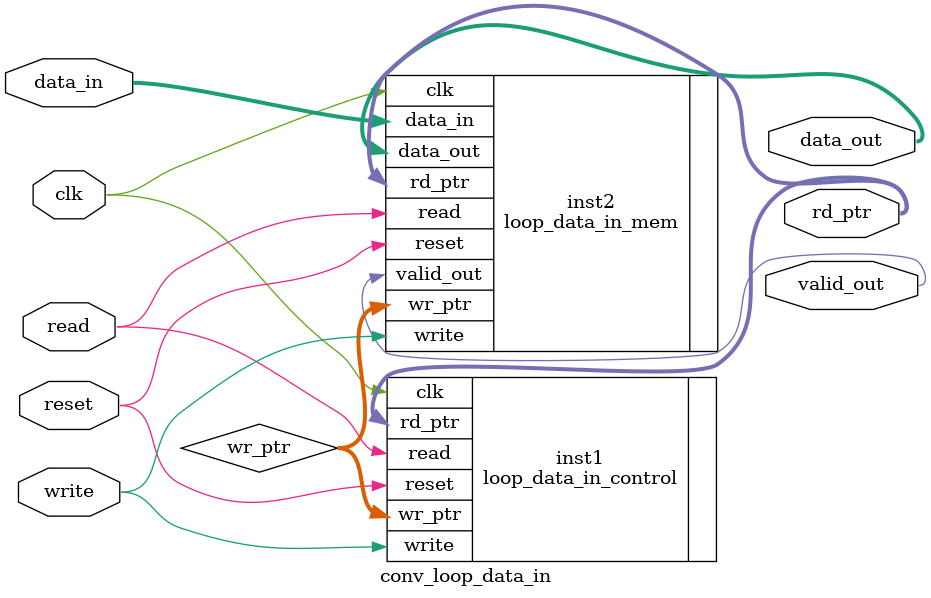
<source format=v>
module conv_loop_data_in (
	//input
	 clk
	,reset
	,write
	,read
	,data_in
	//output
	,rd_ptr
	,data_out
	,valid_out
);

/////////////////////////////////////////////////////////////////////////
// Parameter
parameter DATA_WIDTH         = 32;
parameter IMAGE_SIZE         = 36;
parameter CHANNEL_NUM_IN     = 1 ;
parameter POINTER_WIDTH_LOOP = 7 ; //$clog2(CHANNEL_NUM_IN_PIXEL) + 1

parameter CHANNEL_NUM_IN_PIXEL = CHANNEL_NUM_IN * IMAGE_SIZE;

/////////////////////////////////////////////////////////////////////////
// Input
input                  clk    ;
input                  reset  ;
input                  read   ;
input                  write  ;
input [DATA_WIDTH-1:0] data_in;

/////////////////////////////////////////////////////////////////////////
// Output
output [POINTER_WIDTH_LOOP-1:0] rd_ptr   ;
output [        DATA_WIDTH-1:0] data_out ;
output                          valid_out;

/////////////////////////////////////////////////////////////////////////
// Logic
wire                  clk    ;
wire                  reset  ;
wire                  write  ;
wire                  read   ;
wire [DATA_WIDTH-1:0] data_in;

wire [DATA_WIDTH-1:0] data_out ;
wire                  valid_out;

wire [POINTER_WIDTH_LOOP-1:0] wr_ptr;
wire [POINTER_WIDTH_LOOP-1:0] rd_ptr;

loop_data_in_control #(
	.CHANNEL_NUM_IN_PIXEL(CHANNEL_NUM_IN_PIXEL),
	.POINTER_WIDTH_LOOP  (POINTER_WIDTH_LOOP  )
) inst1 (
	//input
	.reset (reset ),
	.clk   (clk   ),
	.write (write ),
	.read  (read  ),
	//output
	.wr_ptr(wr_ptr),
	.rd_ptr(rd_ptr)
);

loop_data_in_mem #(
	.DATA_WIDTH          (DATA_WIDTH          ),
	.CHANNEL_NUM_IN_PIXEL(CHANNEL_NUM_IN_PIXEL),
	.POINTER_WIDTH_LOOP  (POINTER_WIDTH_LOOP  )
) inst2 (
	//input
	.clk      (clk      ),
	.reset    (reset    ),
	.write    (write    ),
	.read     (read     ),
	.wr_ptr   (wr_ptr   ),
	.rd_ptr   (rd_ptr   ),
	.data_in  (data_in  ),
	//output
	.data_out (data_out ),
	.valid_out(valid_out)
);

endmodule
</source>
